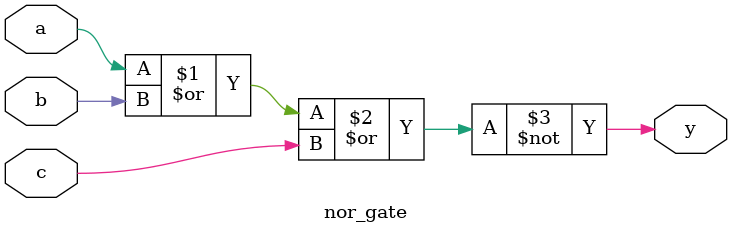
<source format=v>
module nor_gate(a,b,c,y);
input a,b,c;
output y;

assign y= ~(a|b|c);

endmodule
</source>
